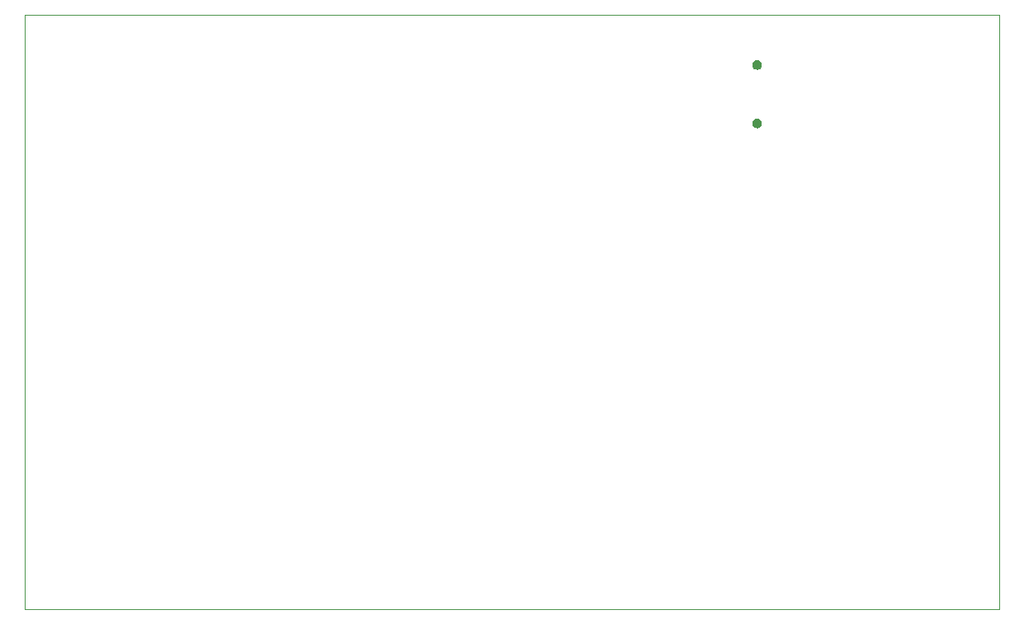
<source format=gbr>
%TF.GenerationSoftware,KiCad,Pcbnew,9.0.0*%
%TF.CreationDate,2025-04-11T20:43:28+08:00*%
%TF.ProjectId,wgr,7767722e-6b69-4636-9164-5f7063625858,rev?*%
%TF.SameCoordinates,Original*%
%TF.FileFunction,Profile,NP*%
%FSLAX46Y46*%
G04 Gerber Fmt 4.6, Leading zero omitted, Abs format (unit mm)*
G04 Created by KiCad (PCBNEW 9.0.0) date 2025-04-11 20:43:28*
%MOMM*%
%LPD*%
G01*
G04 APERTURE LIST*
%TA.AperFunction,Profile*%
%ADD10C,0.050000*%
%TD*%
%TA.AperFunction,Profile*%
%ADD11C,0.000000*%
%TD*%
G04 APERTURE END LIST*
D10*
X150000000Y17200000D02*
X250000000Y17200000D01*
X250000000Y-43800000D01*
X150000000Y-43800000D01*
X150000000Y17200000D01*
D11*
%TA.AperFunction,Profile*%
%TO.C,PJ1*%
G36*
X225300866Y12554746D02*
G01*
X225430320Y12495627D01*
X225537875Y12402430D01*
X225614816Y12282708D01*
X225654911Y12146157D01*
X225654911Y12003843D01*
X225614816Y11867292D01*
X225537875Y11747570D01*
X225430320Y11654373D01*
X225300866Y11595254D01*
X225160000Y11575000D01*
X225019134Y11595254D01*
X224889680Y11654373D01*
X224782125Y11747570D01*
X224705184Y11867292D01*
X224665089Y12003843D01*
X224665089Y12146157D01*
X224705184Y12282708D01*
X224782125Y12402430D01*
X224889680Y12495627D01*
X225019134Y12554746D01*
X225160000Y12575000D01*
X225300866Y12554746D01*
G37*
%TD.AperFunction*%
%TA.AperFunction,Profile*%
G36*
X225300866Y6554746D02*
G01*
X225430320Y6495627D01*
X225537875Y6402430D01*
X225614816Y6282708D01*
X225654911Y6146157D01*
X225654911Y6003843D01*
X225614816Y5867292D01*
X225537875Y5747570D01*
X225430320Y5654373D01*
X225300866Y5595254D01*
X225160000Y5575000D01*
X225019134Y5595254D01*
X224889680Y5654373D01*
X224782125Y5747570D01*
X224705184Y5867292D01*
X224665089Y6003843D01*
X224665089Y6146157D01*
X224705184Y6282708D01*
X224782125Y6402430D01*
X224889680Y6495627D01*
X225019134Y6554746D01*
X225160000Y6575000D01*
X225300866Y6554746D01*
G37*
%TD.AperFunction*%
%TD*%
M02*

</source>
